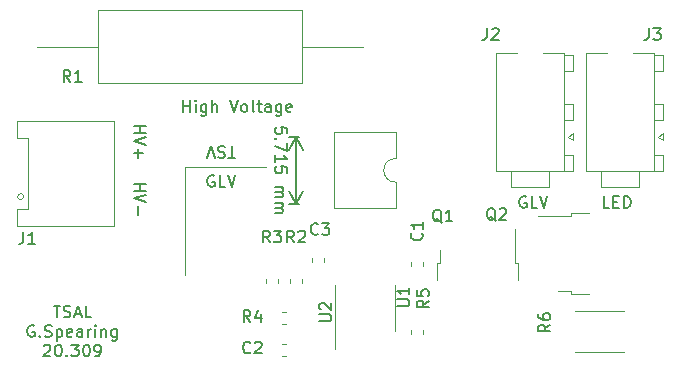
<source format=gbr>
%TF.GenerationSoftware,KiCad,Pcbnew,5.1.7-a382d34a8~88~ubuntu18.04.1*%
%TF.CreationDate,2021-02-25T09:43:27-05:00*%
%TF.ProjectId,TSAL,5453414c-2e6b-4696-9361-645f70636258,rev?*%
%TF.SameCoordinates,Original*%
%TF.FileFunction,Legend,Top*%
%TF.FilePolarity,Positive*%
%FSLAX46Y46*%
G04 Gerber Fmt 4.6, Leading zero omitted, Abs format (unit mm)*
G04 Created by KiCad (PCBNEW 5.1.7-a382d34a8~88~ubuntu18.04.1) date 2021-02-25 09:43:27*
%MOMM*%
%LPD*%
G01*
G04 APERTURE LIST*
%ADD10C,0.150000*%
%ADD11C,0.120000*%
G04 APERTURE END LIST*
D10*
X137914119Y-82740666D02*
X138914119Y-82740666D01*
X138437928Y-82740666D02*
X138437928Y-83312095D01*
X137914119Y-83312095D02*
X138914119Y-83312095D01*
X138914119Y-83645428D02*
X137914119Y-83978761D01*
X138914119Y-84312095D01*
X138295071Y-84645428D02*
X138295071Y-85407333D01*
X137914119Y-77851166D02*
X138914119Y-77851166D01*
X138437928Y-77851166D02*
X138437928Y-78422595D01*
X137914119Y-78422595D02*
X138914119Y-78422595D01*
X138914119Y-78755928D02*
X137914119Y-79089261D01*
X138914119Y-79422595D01*
X138295071Y-79755928D02*
X138295071Y-80517833D01*
X137914119Y-80136880D02*
X138676023Y-80136880D01*
X171132571Y-83828000D02*
X171037333Y-83780380D01*
X170894476Y-83780380D01*
X170751619Y-83828000D01*
X170656380Y-83923238D01*
X170608761Y-84018476D01*
X170561142Y-84208952D01*
X170561142Y-84351809D01*
X170608761Y-84542285D01*
X170656380Y-84637523D01*
X170751619Y-84732761D01*
X170894476Y-84780380D01*
X170989714Y-84780380D01*
X171132571Y-84732761D01*
X171180190Y-84685142D01*
X171180190Y-84351809D01*
X170989714Y-84351809D01*
X172084952Y-84780380D02*
X171608761Y-84780380D01*
X171608761Y-83780380D01*
X172275428Y-83780380D02*
X172608761Y-84780380D01*
X172942095Y-83780380D01*
X178173142Y-84780380D02*
X177696952Y-84780380D01*
X177696952Y-83780380D01*
X178506476Y-84256571D02*
X178839809Y-84256571D01*
X178982666Y-84780380D02*
X178506476Y-84780380D01*
X178506476Y-83780380D01*
X178982666Y-83780380D01*
X179411238Y-84780380D02*
X179411238Y-83780380D01*
X179649333Y-83780380D01*
X179792190Y-83828000D01*
X179887428Y-83923238D01*
X179935047Y-84018476D01*
X179982666Y-84208952D01*
X179982666Y-84351809D01*
X179935047Y-84542285D01*
X179887428Y-84637523D01*
X179792190Y-84732761D01*
X179649333Y-84780380D01*
X179411238Y-84780380D01*
X150885619Y-78454642D02*
X150885619Y-77978452D01*
X150409428Y-77930833D01*
X150457047Y-77978452D01*
X150504666Y-78073690D01*
X150504666Y-78311785D01*
X150457047Y-78407023D01*
X150409428Y-78454642D01*
X150314190Y-78502261D01*
X150076095Y-78502261D01*
X149980857Y-78454642D01*
X149933238Y-78407023D01*
X149885619Y-78311785D01*
X149885619Y-78073690D01*
X149933238Y-77978452D01*
X149980857Y-77930833D01*
X149980857Y-78930833D02*
X149933238Y-78978452D01*
X149885619Y-78930833D01*
X149933238Y-78883214D01*
X149980857Y-78930833D01*
X149885619Y-78930833D01*
X150885619Y-79311785D02*
X150885619Y-79978452D01*
X149885619Y-79549880D01*
X149885619Y-80883214D02*
X149885619Y-80311785D01*
X149885619Y-80597500D02*
X150885619Y-80597500D01*
X150742761Y-80502261D01*
X150647523Y-80407023D01*
X150599904Y-80311785D01*
X150885619Y-81787976D02*
X150885619Y-81311785D01*
X150409428Y-81264166D01*
X150457047Y-81311785D01*
X150504666Y-81407023D01*
X150504666Y-81645119D01*
X150457047Y-81740357D01*
X150409428Y-81787976D01*
X150314190Y-81835595D01*
X150076095Y-81835595D01*
X149980857Y-81787976D01*
X149933238Y-81740357D01*
X149885619Y-81645119D01*
X149885619Y-81407023D01*
X149933238Y-81311785D01*
X149980857Y-81264166D01*
X149885619Y-83026071D02*
X150552285Y-83026071D01*
X150457047Y-83026071D02*
X150504666Y-83073690D01*
X150552285Y-83168928D01*
X150552285Y-83311785D01*
X150504666Y-83407023D01*
X150409428Y-83454642D01*
X149885619Y-83454642D01*
X150409428Y-83454642D02*
X150504666Y-83502261D01*
X150552285Y-83597500D01*
X150552285Y-83740357D01*
X150504666Y-83835595D01*
X150409428Y-83883214D01*
X149885619Y-83883214D01*
X149885619Y-84359404D02*
X150552285Y-84359404D01*
X150457047Y-84359404D02*
X150504666Y-84407023D01*
X150552285Y-84502261D01*
X150552285Y-84645119D01*
X150504666Y-84740357D01*
X150409428Y-84787976D01*
X149885619Y-84787976D01*
X150409428Y-84787976D02*
X150504666Y-84835595D01*
X150552285Y-84930833D01*
X150552285Y-85073690D01*
X150504666Y-85168928D01*
X150409428Y-85216547D01*
X149885619Y-85216547D01*
X151638000Y-78740000D02*
X151638000Y-84455000D01*
X151892000Y-78740000D02*
X151051579Y-78740000D01*
X151892000Y-84455000D02*
X151051579Y-84455000D01*
X151638000Y-84455000D02*
X151051579Y-83328496D01*
X151638000Y-84455000D02*
X152224421Y-83328496D01*
X151638000Y-78740000D02*
X151051579Y-79866504D01*
X151638000Y-78740000D02*
X152224421Y-79866504D01*
X131119761Y-93052380D02*
X131691190Y-93052380D01*
X131405476Y-94052380D02*
X131405476Y-93052380D01*
X131976904Y-94004761D02*
X132119761Y-94052380D01*
X132357857Y-94052380D01*
X132453095Y-94004761D01*
X132500714Y-93957142D01*
X132548333Y-93861904D01*
X132548333Y-93766666D01*
X132500714Y-93671428D01*
X132453095Y-93623809D01*
X132357857Y-93576190D01*
X132167380Y-93528571D01*
X132072142Y-93480952D01*
X132024523Y-93433333D01*
X131976904Y-93338095D01*
X131976904Y-93242857D01*
X132024523Y-93147619D01*
X132072142Y-93100000D01*
X132167380Y-93052380D01*
X132405476Y-93052380D01*
X132548333Y-93100000D01*
X132929285Y-93766666D02*
X133405476Y-93766666D01*
X132834047Y-94052380D02*
X133167380Y-93052380D01*
X133500714Y-94052380D01*
X134310238Y-94052380D02*
X133834047Y-94052380D01*
X133834047Y-93052380D01*
X129476904Y-94750000D02*
X129381666Y-94702380D01*
X129238809Y-94702380D01*
X129095952Y-94750000D01*
X129000714Y-94845238D01*
X128953095Y-94940476D01*
X128905476Y-95130952D01*
X128905476Y-95273809D01*
X128953095Y-95464285D01*
X129000714Y-95559523D01*
X129095952Y-95654761D01*
X129238809Y-95702380D01*
X129334047Y-95702380D01*
X129476904Y-95654761D01*
X129524523Y-95607142D01*
X129524523Y-95273809D01*
X129334047Y-95273809D01*
X129953095Y-95607142D02*
X130000714Y-95654761D01*
X129953095Y-95702380D01*
X129905476Y-95654761D01*
X129953095Y-95607142D01*
X129953095Y-95702380D01*
X130381666Y-95654761D02*
X130524523Y-95702380D01*
X130762619Y-95702380D01*
X130857857Y-95654761D01*
X130905476Y-95607142D01*
X130953095Y-95511904D01*
X130953095Y-95416666D01*
X130905476Y-95321428D01*
X130857857Y-95273809D01*
X130762619Y-95226190D01*
X130572142Y-95178571D01*
X130476904Y-95130952D01*
X130429285Y-95083333D01*
X130381666Y-94988095D01*
X130381666Y-94892857D01*
X130429285Y-94797619D01*
X130476904Y-94750000D01*
X130572142Y-94702380D01*
X130810238Y-94702380D01*
X130953095Y-94750000D01*
X131381666Y-95035714D02*
X131381666Y-96035714D01*
X131381666Y-95083333D02*
X131476904Y-95035714D01*
X131667380Y-95035714D01*
X131762619Y-95083333D01*
X131810238Y-95130952D01*
X131857857Y-95226190D01*
X131857857Y-95511904D01*
X131810238Y-95607142D01*
X131762619Y-95654761D01*
X131667380Y-95702380D01*
X131476904Y-95702380D01*
X131381666Y-95654761D01*
X132667380Y-95654761D02*
X132572142Y-95702380D01*
X132381666Y-95702380D01*
X132286428Y-95654761D01*
X132238809Y-95559523D01*
X132238809Y-95178571D01*
X132286428Y-95083333D01*
X132381666Y-95035714D01*
X132572142Y-95035714D01*
X132667380Y-95083333D01*
X132715000Y-95178571D01*
X132715000Y-95273809D01*
X132238809Y-95369047D01*
X133572142Y-95702380D02*
X133572142Y-95178571D01*
X133524523Y-95083333D01*
X133429285Y-95035714D01*
X133238809Y-95035714D01*
X133143571Y-95083333D01*
X133572142Y-95654761D02*
X133476904Y-95702380D01*
X133238809Y-95702380D01*
X133143571Y-95654761D01*
X133095952Y-95559523D01*
X133095952Y-95464285D01*
X133143571Y-95369047D01*
X133238809Y-95321428D01*
X133476904Y-95321428D01*
X133572142Y-95273809D01*
X134048333Y-95702380D02*
X134048333Y-95035714D01*
X134048333Y-95226190D02*
X134095952Y-95130952D01*
X134143571Y-95083333D01*
X134238809Y-95035714D01*
X134334047Y-95035714D01*
X134667380Y-95702380D02*
X134667380Y-95035714D01*
X134667380Y-94702380D02*
X134619761Y-94750000D01*
X134667380Y-94797619D01*
X134715000Y-94750000D01*
X134667380Y-94702380D01*
X134667380Y-94797619D01*
X135143571Y-95035714D02*
X135143571Y-95702380D01*
X135143571Y-95130952D02*
X135191190Y-95083333D01*
X135286428Y-95035714D01*
X135429285Y-95035714D01*
X135524523Y-95083333D01*
X135572142Y-95178571D01*
X135572142Y-95702380D01*
X136476904Y-95035714D02*
X136476904Y-95845238D01*
X136429285Y-95940476D01*
X136381666Y-95988095D01*
X136286428Y-96035714D01*
X136143571Y-96035714D01*
X136048333Y-95988095D01*
X136476904Y-95654761D02*
X136381666Y-95702380D01*
X136191190Y-95702380D01*
X136095952Y-95654761D01*
X136048333Y-95607142D01*
X136000714Y-95511904D01*
X136000714Y-95226190D01*
X136048333Y-95130952D01*
X136095952Y-95083333D01*
X136191190Y-95035714D01*
X136381666Y-95035714D01*
X136476904Y-95083333D01*
X130286428Y-96447619D02*
X130334047Y-96400000D01*
X130429285Y-96352380D01*
X130667380Y-96352380D01*
X130762619Y-96400000D01*
X130810238Y-96447619D01*
X130857857Y-96542857D01*
X130857857Y-96638095D01*
X130810238Y-96780952D01*
X130238809Y-97352380D01*
X130857857Y-97352380D01*
X131476904Y-96352380D02*
X131572142Y-96352380D01*
X131667380Y-96400000D01*
X131715000Y-96447619D01*
X131762619Y-96542857D01*
X131810238Y-96733333D01*
X131810238Y-96971428D01*
X131762619Y-97161904D01*
X131715000Y-97257142D01*
X131667380Y-97304761D01*
X131572142Y-97352380D01*
X131476904Y-97352380D01*
X131381666Y-97304761D01*
X131334047Y-97257142D01*
X131286428Y-97161904D01*
X131238809Y-96971428D01*
X131238809Y-96733333D01*
X131286428Y-96542857D01*
X131334047Y-96447619D01*
X131381666Y-96400000D01*
X131476904Y-96352380D01*
X132238809Y-97257142D02*
X132286428Y-97304761D01*
X132238809Y-97352380D01*
X132191190Y-97304761D01*
X132238809Y-97257142D01*
X132238809Y-97352380D01*
X132619761Y-96352380D02*
X133238809Y-96352380D01*
X132905476Y-96733333D01*
X133048333Y-96733333D01*
X133143571Y-96780952D01*
X133191190Y-96828571D01*
X133238809Y-96923809D01*
X133238809Y-97161904D01*
X133191190Y-97257142D01*
X133143571Y-97304761D01*
X133048333Y-97352380D01*
X132762619Y-97352380D01*
X132667380Y-97304761D01*
X132619761Y-97257142D01*
X133857857Y-96352380D02*
X133953095Y-96352380D01*
X134048333Y-96400000D01*
X134095952Y-96447619D01*
X134143571Y-96542857D01*
X134191190Y-96733333D01*
X134191190Y-96971428D01*
X134143571Y-97161904D01*
X134095952Y-97257142D01*
X134048333Y-97304761D01*
X133953095Y-97352380D01*
X133857857Y-97352380D01*
X133762619Y-97304761D01*
X133715000Y-97257142D01*
X133667380Y-97161904D01*
X133619761Y-96971428D01*
X133619761Y-96733333D01*
X133667380Y-96542857D01*
X133715000Y-96447619D01*
X133762619Y-96400000D01*
X133857857Y-96352380D01*
X134667380Y-97352380D02*
X134857857Y-97352380D01*
X134953095Y-97304761D01*
X135000714Y-97257142D01*
X135095952Y-97114285D01*
X135143571Y-96923809D01*
X135143571Y-96542857D01*
X135095952Y-96447619D01*
X135048333Y-96400000D01*
X134953095Y-96352380D01*
X134762619Y-96352380D01*
X134667380Y-96400000D01*
X134619761Y-96447619D01*
X134572142Y-96542857D01*
X134572142Y-96780952D01*
X134619761Y-96876190D01*
X134667380Y-96923809D01*
X134762619Y-96971428D01*
X134953095Y-96971428D01*
X135048333Y-96923809D01*
X135095952Y-96876190D01*
X135143571Y-96780952D01*
X142113571Y-76652380D02*
X142113571Y-75652380D01*
X142113571Y-76128571D02*
X142685000Y-76128571D01*
X142685000Y-76652380D02*
X142685000Y-75652380D01*
X143161190Y-76652380D02*
X143161190Y-75985714D01*
X143161190Y-75652380D02*
X143113571Y-75700000D01*
X143161190Y-75747619D01*
X143208809Y-75700000D01*
X143161190Y-75652380D01*
X143161190Y-75747619D01*
X144065952Y-75985714D02*
X144065952Y-76795238D01*
X144018333Y-76890476D01*
X143970714Y-76938095D01*
X143875476Y-76985714D01*
X143732619Y-76985714D01*
X143637380Y-76938095D01*
X144065952Y-76604761D02*
X143970714Y-76652380D01*
X143780238Y-76652380D01*
X143685000Y-76604761D01*
X143637380Y-76557142D01*
X143589761Y-76461904D01*
X143589761Y-76176190D01*
X143637380Y-76080952D01*
X143685000Y-76033333D01*
X143780238Y-75985714D01*
X143970714Y-75985714D01*
X144065952Y-76033333D01*
X144542142Y-76652380D02*
X144542142Y-75652380D01*
X144970714Y-76652380D02*
X144970714Y-76128571D01*
X144923095Y-76033333D01*
X144827857Y-75985714D01*
X144685000Y-75985714D01*
X144589761Y-76033333D01*
X144542142Y-76080952D01*
X146065952Y-75652380D02*
X146399285Y-76652380D01*
X146732619Y-75652380D01*
X147208809Y-76652380D02*
X147113571Y-76604761D01*
X147065952Y-76557142D01*
X147018333Y-76461904D01*
X147018333Y-76176190D01*
X147065952Y-76080952D01*
X147113571Y-76033333D01*
X147208809Y-75985714D01*
X147351666Y-75985714D01*
X147446904Y-76033333D01*
X147494523Y-76080952D01*
X147542142Y-76176190D01*
X147542142Y-76461904D01*
X147494523Y-76557142D01*
X147446904Y-76604761D01*
X147351666Y-76652380D01*
X147208809Y-76652380D01*
X148113571Y-76652380D02*
X148018333Y-76604761D01*
X147970714Y-76509523D01*
X147970714Y-75652380D01*
X148351666Y-75985714D02*
X148732619Y-75985714D01*
X148494523Y-75652380D02*
X148494523Y-76509523D01*
X148542142Y-76604761D01*
X148637380Y-76652380D01*
X148732619Y-76652380D01*
X149494523Y-76652380D02*
X149494523Y-76128571D01*
X149446904Y-76033333D01*
X149351666Y-75985714D01*
X149161190Y-75985714D01*
X149065952Y-76033333D01*
X149494523Y-76604761D02*
X149399285Y-76652380D01*
X149161190Y-76652380D01*
X149065952Y-76604761D01*
X149018333Y-76509523D01*
X149018333Y-76414285D01*
X149065952Y-76319047D01*
X149161190Y-76271428D01*
X149399285Y-76271428D01*
X149494523Y-76223809D01*
X150399285Y-75985714D02*
X150399285Y-76795238D01*
X150351666Y-76890476D01*
X150304047Y-76938095D01*
X150208809Y-76985714D01*
X150065952Y-76985714D01*
X149970714Y-76938095D01*
X150399285Y-76604761D02*
X150304047Y-76652380D01*
X150113571Y-76652380D01*
X150018333Y-76604761D01*
X149970714Y-76557142D01*
X149923095Y-76461904D01*
X149923095Y-76176190D01*
X149970714Y-76080952D01*
X150018333Y-76033333D01*
X150113571Y-75985714D01*
X150304047Y-75985714D01*
X150399285Y-76033333D01*
X151256428Y-76604761D02*
X151161190Y-76652380D01*
X150970714Y-76652380D01*
X150875476Y-76604761D01*
X150827857Y-76509523D01*
X150827857Y-76128571D01*
X150875476Y-76033333D01*
X150970714Y-75985714D01*
X151161190Y-75985714D01*
X151256428Y-76033333D01*
X151304047Y-76128571D01*
X151304047Y-76223809D01*
X150827857Y-76319047D01*
X144716571Y-82050000D02*
X144621333Y-82002380D01*
X144478476Y-82002380D01*
X144335619Y-82050000D01*
X144240380Y-82145238D01*
X144192761Y-82240476D01*
X144145142Y-82430952D01*
X144145142Y-82573809D01*
X144192761Y-82764285D01*
X144240380Y-82859523D01*
X144335619Y-82954761D01*
X144478476Y-83002380D01*
X144573714Y-83002380D01*
X144716571Y-82954761D01*
X144764190Y-82907142D01*
X144764190Y-82573809D01*
X144573714Y-82573809D01*
X145668952Y-83002380D02*
X145192761Y-83002380D01*
X145192761Y-82002380D01*
X145859428Y-82002380D02*
X146192761Y-83002380D01*
X146526095Y-82002380D01*
X146478476Y-80557619D02*
X145907047Y-80557619D01*
X146192761Y-79557619D02*
X146192761Y-80557619D01*
X145621333Y-79605238D02*
X145478476Y-79557619D01*
X145240380Y-79557619D01*
X145145142Y-79605238D01*
X145097523Y-79652857D01*
X145049904Y-79748095D01*
X145049904Y-79843333D01*
X145097523Y-79938571D01*
X145145142Y-79986190D01*
X145240380Y-80033809D01*
X145430857Y-80081428D01*
X145526095Y-80129047D01*
X145573714Y-80176666D01*
X145621333Y-80271904D01*
X145621333Y-80367142D01*
X145573714Y-80462380D01*
X145526095Y-80510000D01*
X145430857Y-80557619D01*
X145192761Y-80557619D01*
X145049904Y-80510000D01*
X144764190Y-80557619D02*
X144430857Y-79557619D01*
X144097523Y-80557619D01*
D11*
X142240000Y-81280000D02*
X142240000Y-90424000D01*
X149098000Y-81280000D02*
X142240000Y-81280000D01*
%TO.C,C3*%
X153033000Y-89339267D02*
X153033000Y-88996733D01*
X154053000Y-89339267D02*
X154053000Y-88996733D01*
%TO.C,U2*%
X154920000Y-93280000D02*
X154920000Y-96730000D01*
X154920000Y-93280000D02*
X154920000Y-91330000D01*
X160040000Y-93280000D02*
X160040000Y-95230000D01*
X160040000Y-93280000D02*
X160040000Y-91330000D01*
%TO.C,U1*%
X160080000Y-84830000D02*
X160080000Y-82595000D01*
X154880000Y-84830000D02*
X160080000Y-84830000D01*
X154880000Y-78360000D02*
X154880000Y-84830000D01*
X160080000Y-78360000D02*
X154880000Y-78360000D01*
X160080000Y-80595000D02*
X160080000Y-78360000D01*
X160080000Y-82595000D02*
G75*
G02*
X160080000Y-80595000I0J1000000D01*
G01*
%TO.C,R6*%
X179410564Y-93540000D02*
X175306436Y-93540000D01*
X179410564Y-96960000D02*
X175306436Y-96960000D01*
%TO.C,R5*%
X161415000Y-95078733D02*
X161415000Y-95421267D01*
X162435000Y-95078733D02*
X162435000Y-95421267D01*
%TO.C,R4*%
X150464733Y-94617000D02*
X150807267Y-94617000D01*
X150464733Y-93597000D02*
X150807267Y-93597000D01*
%TO.C,R3*%
X149096000Y-90774733D02*
X149096000Y-91117267D01*
X150116000Y-90774733D02*
X150116000Y-91117267D01*
%TO.C,R2*%
X151128000Y-90760733D02*
X151128000Y-91103267D01*
X152148000Y-90760733D02*
X152148000Y-91103267D01*
%TO.C,R1*%
X129710000Y-71120000D02*
X134890000Y-71120000D01*
X157310000Y-71120000D02*
X152130000Y-71120000D01*
X134890000Y-74240000D02*
X152130000Y-74240000D01*
X134890000Y-68000000D02*
X134890000Y-74240000D01*
X152130000Y-68000000D02*
X134890000Y-68000000D01*
X152130000Y-74240000D02*
X152130000Y-68000000D01*
%TO.C,Q2*%
X174949000Y-91826000D02*
X173849000Y-91826000D01*
X174949000Y-92096000D02*
X174949000Y-91826000D01*
X176449000Y-92096000D02*
X174949000Y-92096000D01*
X174949000Y-85466000D02*
X172119000Y-85466000D01*
X174949000Y-85196000D02*
X174949000Y-85466000D01*
X176449000Y-85196000D02*
X174949000Y-85196000D01*
%TO.C,Q1*%
X163825000Y-89410000D02*
X163825000Y-88310000D01*
X163555000Y-89410000D02*
X163825000Y-89410000D01*
X163555000Y-90910000D02*
X163555000Y-89410000D01*
X170185000Y-89410000D02*
X170185000Y-86580000D01*
X170455000Y-89410000D02*
X170185000Y-89410000D01*
X170455000Y-90910000D02*
X170455000Y-89410000D01*
%TO.C,J3*%
X182694264Y-79040000D02*
X182270000Y-78740000D01*
X182694264Y-78440000D02*
X182694264Y-79040000D01*
X182270000Y-78740000D02*
X182694264Y-78440000D01*
X182730000Y-71850000D02*
X181970000Y-71850000D01*
X182730000Y-73210000D02*
X182730000Y-71850000D01*
X181970000Y-73210000D02*
X182730000Y-73210000D01*
X182730000Y-75990000D02*
X181970000Y-75990000D01*
X182730000Y-77350000D02*
X182730000Y-75990000D01*
X181970000Y-77350000D02*
X182730000Y-77350000D01*
X182730000Y-80335000D02*
X181970000Y-80335000D01*
X182730000Y-81695000D02*
X182730000Y-80335000D01*
X181970000Y-81695000D02*
X182730000Y-81695000D01*
X177460000Y-82995000D02*
X177460000Y-81695000D01*
X180680000Y-82995000D02*
X177460000Y-82995000D01*
X180680000Y-81695000D02*
X180680000Y-82995000D01*
X176170000Y-71645000D02*
X177966698Y-71645000D01*
X176170000Y-81695000D02*
X176170000Y-71645000D01*
X179070000Y-81695000D02*
X176170000Y-81695000D01*
X181970000Y-71645000D02*
X180173302Y-71645000D01*
X181970000Y-81695000D02*
X181970000Y-71645000D01*
X179070000Y-81695000D02*
X181970000Y-81695000D01*
%TO.C,J2*%
X175074264Y-79040000D02*
X174650000Y-78740000D01*
X175074264Y-78440000D02*
X175074264Y-79040000D01*
X174650000Y-78740000D02*
X175074264Y-78440000D01*
X175110000Y-71850000D02*
X174350000Y-71850000D01*
X175110000Y-73210000D02*
X175110000Y-71850000D01*
X174350000Y-73210000D02*
X175110000Y-73210000D01*
X175110000Y-75990000D02*
X174350000Y-75990000D01*
X175110000Y-77350000D02*
X175110000Y-75990000D01*
X174350000Y-77350000D02*
X175110000Y-77350000D01*
X175110000Y-80335000D02*
X174350000Y-80335000D01*
X175110000Y-81695000D02*
X175110000Y-80335000D01*
X174350000Y-81695000D02*
X175110000Y-81695000D01*
X169840000Y-82995000D02*
X169840000Y-81695000D01*
X173060000Y-82995000D02*
X169840000Y-82995000D01*
X173060000Y-81695000D02*
X173060000Y-82995000D01*
X168550000Y-71645000D02*
X170346698Y-71645000D01*
X168550000Y-81695000D02*
X168550000Y-71645000D01*
X171450000Y-81695000D02*
X168550000Y-81695000D01*
X174350000Y-71645000D02*
X172553302Y-71645000D01*
X174350000Y-81695000D02*
X174350000Y-71645000D01*
X171450000Y-81695000D02*
X174350000Y-81695000D01*
%TO.C,J1*%
X128970000Y-78820000D02*
X128970000Y-81840000D01*
X128020000Y-78820000D02*
X128970000Y-78820000D01*
X128020000Y-77400000D02*
X128020000Y-78820000D01*
X136240000Y-77400000D02*
X128020000Y-77400000D01*
X136240000Y-81840000D02*
X136240000Y-77400000D01*
X128970000Y-84860000D02*
X128970000Y-81840000D01*
X128020000Y-84860000D02*
X128970000Y-84860000D01*
X128020000Y-86280000D02*
X128020000Y-84860000D01*
X136240000Y-86280000D02*
X128020000Y-86280000D01*
X136240000Y-81840000D02*
X136240000Y-86280000D01*
X128580000Y-83820000D02*
G75*
G03*
X128580000Y-83820000I-250000J0D01*
G01*
%TO.C,C2*%
X150793267Y-96264000D02*
X150450733Y-96264000D01*
X150793267Y-97284000D02*
X150450733Y-97284000D01*
%TO.C,C1*%
X162435000Y-89706267D02*
X162435000Y-89363733D01*
X161415000Y-89706267D02*
X161415000Y-89363733D01*
%TO.C,C3*%
D10*
X153503333Y-86971142D02*
X153455714Y-87018761D01*
X153312857Y-87066380D01*
X153217619Y-87066380D01*
X153074761Y-87018761D01*
X152979523Y-86923523D01*
X152931904Y-86828285D01*
X152884285Y-86637809D01*
X152884285Y-86494952D01*
X152931904Y-86304476D01*
X152979523Y-86209238D01*
X153074761Y-86114000D01*
X153217619Y-86066380D01*
X153312857Y-86066380D01*
X153455714Y-86114000D01*
X153503333Y-86161619D01*
X153836666Y-86066380D02*
X154455714Y-86066380D01*
X154122380Y-86447333D01*
X154265238Y-86447333D01*
X154360476Y-86494952D01*
X154408095Y-86542571D01*
X154455714Y-86637809D01*
X154455714Y-86875904D01*
X154408095Y-86971142D01*
X154360476Y-87018761D01*
X154265238Y-87066380D01*
X153979523Y-87066380D01*
X153884285Y-87018761D01*
X153836666Y-86971142D01*
%TO.C,U2*%
X153630380Y-94360904D02*
X154439904Y-94360904D01*
X154535142Y-94313285D01*
X154582761Y-94265666D01*
X154630380Y-94170428D01*
X154630380Y-93979952D01*
X154582761Y-93884714D01*
X154535142Y-93837095D01*
X154439904Y-93789476D01*
X153630380Y-93789476D01*
X153725619Y-93360904D02*
X153678000Y-93313285D01*
X153630380Y-93218047D01*
X153630380Y-92979952D01*
X153678000Y-92884714D01*
X153725619Y-92837095D01*
X153820857Y-92789476D01*
X153916095Y-92789476D01*
X154058952Y-92837095D01*
X154630380Y-93408523D01*
X154630380Y-92789476D01*
%TO.C,U1*%
X160234380Y-93090904D02*
X161043904Y-93090904D01*
X161139142Y-93043285D01*
X161186761Y-92995666D01*
X161234380Y-92900428D01*
X161234380Y-92709952D01*
X161186761Y-92614714D01*
X161139142Y-92567095D01*
X161043904Y-92519476D01*
X160234380Y-92519476D01*
X161234380Y-91519476D02*
X161234380Y-92090904D01*
X161234380Y-91805190D02*
X160234380Y-91805190D01*
X160377238Y-91900428D01*
X160472476Y-91995666D01*
X160520095Y-92090904D01*
%TO.C,R6*%
X173172380Y-94654666D02*
X172696190Y-94988000D01*
X173172380Y-95226095D02*
X172172380Y-95226095D01*
X172172380Y-94845142D01*
X172220000Y-94749904D01*
X172267619Y-94702285D01*
X172362857Y-94654666D01*
X172505714Y-94654666D01*
X172600952Y-94702285D01*
X172648571Y-94749904D01*
X172696190Y-94845142D01*
X172696190Y-95226095D01*
X172172380Y-93797523D02*
X172172380Y-93988000D01*
X172220000Y-94083238D01*
X172267619Y-94130857D01*
X172410476Y-94226095D01*
X172600952Y-94273714D01*
X172981904Y-94273714D01*
X173077142Y-94226095D01*
X173124761Y-94178476D01*
X173172380Y-94083238D01*
X173172380Y-93892761D01*
X173124761Y-93797523D01*
X173077142Y-93749904D01*
X172981904Y-93702285D01*
X172743809Y-93702285D01*
X172648571Y-93749904D01*
X172600952Y-93797523D01*
X172553333Y-93892761D01*
X172553333Y-94083238D01*
X172600952Y-94178476D01*
X172648571Y-94226095D01*
X172743809Y-94273714D01*
%TO.C,R5*%
X162885380Y-92636666D02*
X162409190Y-92970000D01*
X162885380Y-93208095D02*
X161885380Y-93208095D01*
X161885380Y-92827142D01*
X161933000Y-92731904D01*
X161980619Y-92684285D01*
X162075857Y-92636666D01*
X162218714Y-92636666D01*
X162313952Y-92684285D01*
X162361571Y-92731904D01*
X162409190Y-92827142D01*
X162409190Y-93208095D01*
X161885380Y-91731904D02*
X161885380Y-92208095D01*
X162361571Y-92255714D01*
X162313952Y-92208095D01*
X162266333Y-92112857D01*
X162266333Y-91874761D01*
X162313952Y-91779523D01*
X162361571Y-91731904D01*
X162456809Y-91684285D01*
X162694904Y-91684285D01*
X162790142Y-91731904D01*
X162837761Y-91779523D01*
X162885380Y-91874761D01*
X162885380Y-92112857D01*
X162837761Y-92208095D01*
X162790142Y-92255714D01*
%TO.C,R4*%
X147788333Y-94432380D02*
X147455000Y-93956190D01*
X147216904Y-94432380D02*
X147216904Y-93432380D01*
X147597857Y-93432380D01*
X147693095Y-93480000D01*
X147740714Y-93527619D01*
X147788333Y-93622857D01*
X147788333Y-93765714D01*
X147740714Y-93860952D01*
X147693095Y-93908571D01*
X147597857Y-93956190D01*
X147216904Y-93956190D01*
X148645476Y-93765714D02*
X148645476Y-94432380D01*
X148407380Y-93384761D02*
X148169285Y-94099047D01*
X148788333Y-94099047D01*
%TO.C,R3*%
X149439333Y-87701380D02*
X149106000Y-87225190D01*
X148867904Y-87701380D02*
X148867904Y-86701380D01*
X149248857Y-86701380D01*
X149344095Y-86749000D01*
X149391714Y-86796619D01*
X149439333Y-86891857D01*
X149439333Y-87034714D01*
X149391714Y-87129952D01*
X149344095Y-87177571D01*
X149248857Y-87225190D01*
X148867904Y-87225190D01*
X149772666Y-86701380D02*
X150391714Y-86701380D01*
X150058380Y-87082333D01*
X150201238Y-87082333D01*
X150296476Y-87129952D01*
X150344095Y-87177571D01*
X150391714Y-87272809D01*
X150391714Y-87510904D01*
X150344095Y-87606142D01*
X150296476Y-87653761D01*
X150201238Y-87701380D01*
X149915523Y-87701380D01*
X149820285Y-87653761D01*
X149772666Y-87606142D01*
%TO.C,R2*%
X151471333Y-87701380D02*
X151138000Y-87225190D01*
X150899904Y-87701380D02*
X150899904Y-86701380D01*
X151280857Y-86701380D01*
X151376095Y-86749000D01*
X151423714Y-86796619D01*
X151471333Y-86891857D01*
X151471333Y-87034714D01*
X151423714Y-87129952D01*
X151376095Y-87177571D01*
X151280857Y-87225190D01*
X150899904Y-87225190D01*
X151852285Y-86796619D02*
X151899904Y-86749000D01*
X151995142Y-86701380D01*
X152233238Y-86701380D01*
X152328476Y-86749000D01*
X152376095Y-86796619D01*
X152423714Y-86891857D01*
X152423714Y-86987095D01*
X152376095Y-87129952D01*
X151804666Y-87701380D01*
X152423714Y-87701380D01*
%TO.C,R1*%
X132548333Y-74112380D02*
X132215000Y-73636190D01*
X131976904Y-74112380D02*
X131976904Y-73112380D01*
X132357857Y-73112380D01*
X132453095Y-73160000D01*
X132500714Y-73207619D01*
X132548333Y-73302857D01*
X132548333Y-73445714D01*
X132500714Y-73540952D01*
X132453095Y-73588571D01*
X132357857Y-73636190D01*
X131976904Y-73636190D01*
X133500714Y-74112380D02*
X132929285Y-74112380D01*
X133215000Y-74112380D02*
X133215000Y-73112380D01*
X133119761Y-73255238D01*
X133024523Y-73350476D01*
X132929285Y-73398095D01*
%TO.C,Q2*%
X168560761Y-85891619D02*
X168465523Y-85844000D01*
X168370285Y-85748761D01*
X168227428Y-85605904D01*
X168132190Y-85558285D01*
X168036952Y-85558285D01*
X168084571Y-85796380D02*
X167989333Y-85748761D01*
X167894095Y-85653523D01*
X167846476Y-85463047D01*
X167846476Y-85129714D01*
X167894095Y-84939238D01*
X167989333Y-84844000D01*
X168084571Y-84796380D01*
X168275047Y-84796380D01*
X168370285Y-84844000D01*
X168465523Y-84939238D01*
X168513142Y-85129714D01*
X168513142Y-85463047D01*
X168465523Y-85653523D01*
X168370285Y-85748761D01*
X168275047Y-85796380D01*
X168084571Y-85796380D01*
X168894095Y-84891619D02*
X168941714Y-84844000D01*
X169036952Y-84796380D01*
X169275047Y-84796380D01*
X169370285Y-84844000D01*
X169417904Y-84891619D01*
X169465523Y-84986857D01*
X169465523Y-85082095D01*
X169417904Y-85224952D01*
X168846476Y-85796380D01*
X169465523Y-85796380D01*
%TO.C,Q1*%
X163988761Y-86018619D02*
X163893523Y-85971000D01*
X163798285Y-85875761D01*
X163655428Y-85732904D01*
X163560190Y-85685285D01*
X163464952Y-85685285D01*
X163512571Y-85923380D02*
X163417333Y-85875761D01*
X163322095Y-85780523D01*
X163274476Y-85590047D01*
X163274476Y-85256714D01*
X163322095Y-85066238D01*
X163417333Y-84971000D01*
X163512571Y-84923380D01*
X163703047Y-84923380D01*
X163798285Y-84971000D01*
X163893523Y-85066238D01*
X163941142Y-85256714D01*
X163941142Y-85590047D01*
X163893523Y-85780523D01*
X163798285Y-85875761D01*
X163703047Y-85923380D01*
X163512571Y-85923380D01*
X164893523Y-85923380D02*
X164322095Y-85923380D01*
X164607809Y-85923380D02*
X164607809Y-84923380D01*
X164512571Y-85066238D01*
X164417333Y-85161476D01*
X164322095Y-85209095D01*
%TO.C,J3*%
X181530666Y-69556380D02*
X181530666Y-70270666D01*
X181483047Y-70413523D01*
X181387809Y-70508761D01*
X181244952Y-70556380D01*
X181149714Y-70556380D01*
X181911619Y-69556380D02*
X182530666Y-69556380D01*
X182197333Y-69937333D01*
X182340190Y-69937333D01*
X182435428Y-69984952D01*
X182483047Y-70032571D01*
X182530666Y-70127809D01*
X182530666Y-70365904D01*
X182483047Y-70461142D01*
X182435428Y-70508761D01*
X182340190Y-70556380D01*
X182054476Y-70556380D01*
X181959238Y-70508761D01*
X181911619Y-70461142D01*
%TO.C,J2*%
X167814666Y-69556380D02*
X167814666Y-70270666D01*
X167767047Y-70413523D01*
X167671809Y-70508761D01*
X167528952Y-70556380D01*
X167433714Y-70556380D01*
X168243238Y-69651619D02*
X168290857Y-69604000D01*
X168386095Y-69556380D01*
X168624190Y-69556380D01*
X168719428Y-69604000D01*
X168767047Y-69651619D01*
X168814666Y-69746857D01*
X168814666Y-69842095D01*
X168767047Y-69984952D01*
X168195619Y-70556380D01*
X168814666Y-70556380D01*
%TO.C,J1*%
X128571666Y-86828380D02*
X128571666Y-87542666D01*
X128524047Y-87685523D01*
X128428809Y-87780761D01*
X128285952Y-87828380D01*
X128190714Y-87828380D01*
X129571666Y-87828380D02*
X129000238Y-87828380D01*
X129285952Y-87828380D02*
X129285952Y-86828380D01*
X129190714Y-86971238D01*
X129095476Y-87066476D01*
X129000238Y-87114095D01*
%TO.C,C2*%
X147788333Y-97004142D02*
X147740714Y-97051761D01*
X147597857Y-97099380D01*
X147502619Y-97099380D01*
X147359761Y-97051761D01*
X147264523Y-96956523D01*
X147216904Y-96861285D01*
X147169285Y-96670809D01*
X147169285Y-96527952D01*
X147216904Y-96337476D01*
X147264523Y-96242238D01*
X147359761Y-96147000D01*
X147502619Y-96099380D01*
X147597857Y-96099380D01*
X147740714Y-96147000D01*
X147788333Y-96194619D01*
X148169285Y-96194619D02*
X148216904Y-96147000D01*
X148312142Y-96099380D01*
X148550238Y-96099380D01*
X148645476Y-96147000D01*
X148693095Y-96194619D01*
X148740714Y-96289857D01*
X148740714Y-96385095D01*
X148693095Y-96527952D01*
X148121666Y-97099380D01*
X148740714Y-97099380D01*
%TO.C,C1*%
X162282142Y-86907666D02*
X162329761Y-86955285D01*
X162377380Y-87098142D01*
X162377380Y-87193380D01*
X162329761Y-87336238D01*
X162234523Y-87431476D01*
X162139285Y-87479095D01*
X161948809Y-87526714D01*
X161805952Y-87526714D01*
X161615476Y-87479095D01*
X161520238Y-87431476D01*
X161425000Y-87336238D01*
X161377380Y-87193380D01*
X161377380Y-87098142D01*
X161425000Y-86955285D01*
X161472619Y-86907666D01*
X162377380Y-85955285D02*
X162377380Y-86526714D01*
X162377380Y-86241000D02*
X161377380Y-86241000D01*
X161520238Y-86336238D01*
X161615476Y-86431476D01*
X161663095Y-86526714D01*
%TD*%
M02*

</source>
